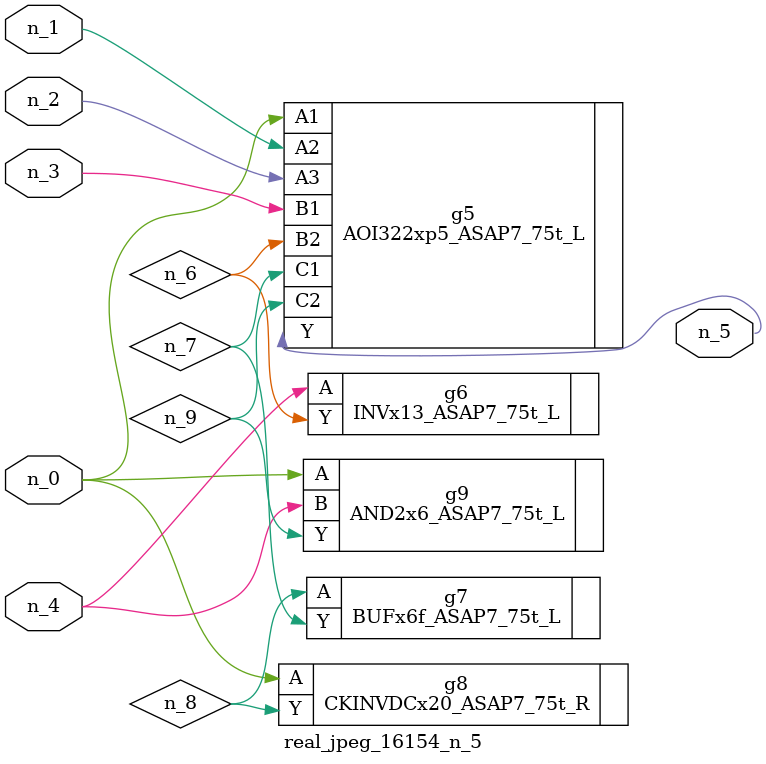
<source format=v>
module real_jpeg_16154_n_5 (n_4, n_0, n_1, n_2, n_3, n_5);

input n_4;
input n_0;
input n_1;
input n_2;
input n_3;

output n_5;

wire n_8;
wire n_6;
wire n_7;
wire n_9;

AOI322xp5_ASAP7_75t_L g5 ( 
.A1(n_0),
.A2(n_1),
.A3(n_2),
.B1(n_3),
.B2(n_6),
.C1(n_7),
.C2(n_9),
.Y(n_5)
);

CKINVDCx20_ASAP7_75t_R g8 ( 
.A(n_0),
.Y(n_8)
);

AND2x6_ASAP7_75t_L g9 ( 
.A(n_0),
.B(n_4),
.Y(n_9)
);

INVx13_ASAP7_75t_L g6 ( 
.A(n_4),
.Y(n_6)
);

BUFx6f_ASAP7_75t_L g7 ( 
.A(n_8),
.Y(n_7)
);


endmodule
</source>
